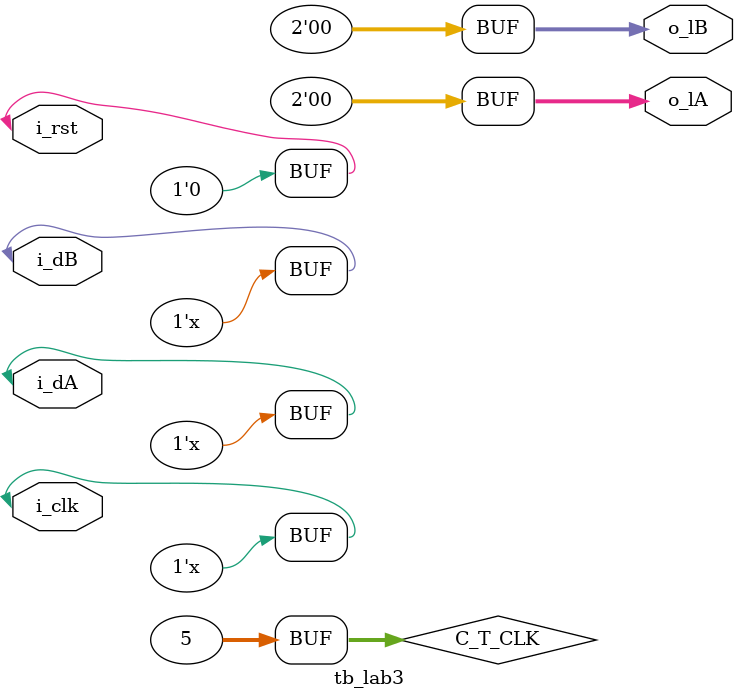
<source format=sv>
`timescale 1ns / 1ps
module tb_lab3(
    input wire i_clk, 
	input wire i_rst,
	input wire i_dA,
	input wire i_dB,
	output logic [1:0] o_lA = '0,
	output logic [1:0] o_lB = '0
    );
    
    bit i_clk = 1'b0;
    bit i_rst = 1'b1;
    logic i_dA = 1'b0;
	logic i_dB = 1'b0;
    
    lab3_top
    UUT(
        .i_rst(i_rst),
        .i_clk(i_clk),
        .i_dA(i_dA),
        .i_dB(i_dB),
        .o_lA(o_lA),
        .o_lB(o_lB)
    );
    int C_T_CLK = 1.0e9 / 200_000_000;
    always #(C_T_CLK) i_clk = ~i_clk;
    always #(2.3e3) i_dA = ~i_dA;
    always #(1.1e3) i_dB = ~i_dB;
    initial begin
        i_rst = 1'b1;
        #100 i_rst = 1'b0;
    end
endmodule

</source>
